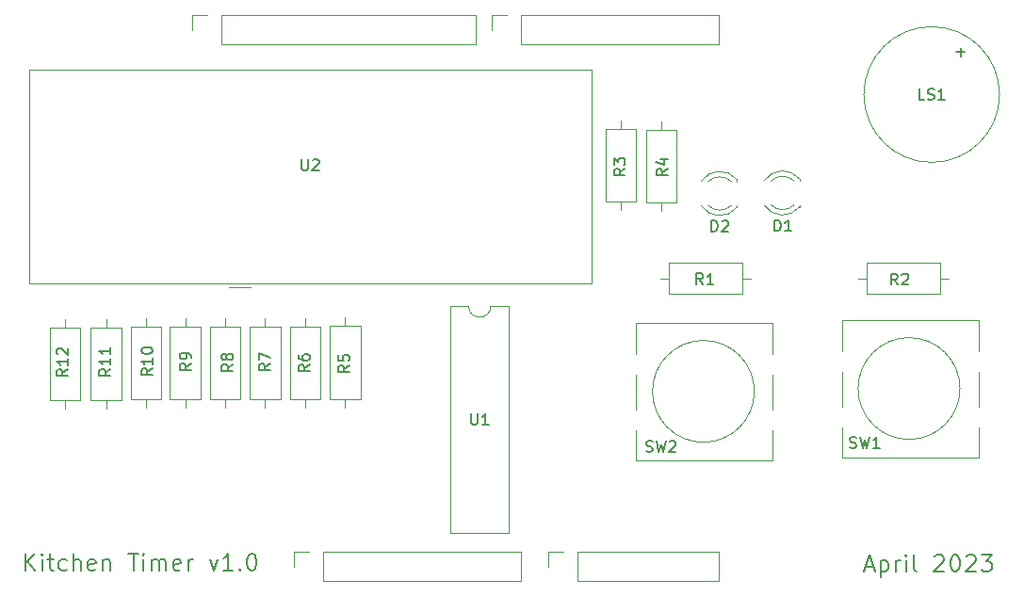
<source format=gbr>
%TF.GenerationSoftware,KiCad,Pcbnew,7.0.1-0*%
%TF.CreationDate,2023-04-12T16:12:06-06:00*%
%TF.ProjectId,Arduino_Uno_Kitchen_Timer,41726475-696e-46f5-9f55-6e6f5f4b6974,rev?*%
%TF.SameCoordinates,Original*%
%TF.FileFunction,Legend,Top*%
%TF.FilePolarity,Positive*%
%FSLAX46Y46*%
G04 Gerber Fmt 4.6, Leading zero omitted, Abs format (unit mm)*
G04 Created by KiCad (PCBNEW 7.0.1-0) date 2023-04-12 16:12:06*
%MOMM*%
%LPD*%
G01*
G04 APERTURE LIST*
%ADD10C,0.150000*%
%ADD11C,0.120000*%
G04 APERTURE END LIST*
D10*
X129351567Y-99727017D02*
X129351567Y-98227017D01*
X130208710Y-99727017D02*
X129565853Y-98869874D01*
X130208710Y-98227017D02*
X129351567Y-99084160D01*
X130851567Y-99727017D02*
X130851567Y-98727017D01*
X130851567Y-98227017D02*
X130780139Y-98298446D01*
X130780139Y-98298446D02*
X130851567Y-98369874D01*
X130851567Y-98369874D02*
X130922996Y-98298446D01*
X130922996Y-98298446D02*
X130851567Y-98227017D01*
X130851567Y-98227017D02*
X130851567Y-98369874D01*
X131351568Y-98727017D02*
X131922996Y-98727017D01*
X131565853Y-98227017D02*
X131565853Y-99512731D01*
X131565853Y-99512731D02*
X131637282Y-99655589D01*
X131637282Y-99655589D02*
X131780139Y-99727017D01*
X131780139Y-99727017D02*
X131922996Y-99727017D01*
X133065854Y-99655589D02*
X132922996Y-99727017D01*
X132922996Y-99727017D02*
X132637282Y-99727017D01*
X132637282Y-99727017D02*
X132494425Y-99655589D01*
X132494425Y-99655589D02*
X132422996Y-99584160D01*
X132422996Y-99584160D02*
X132351568Y-99441303D01*
X132351568Y-99441303D02*
X132351568Y-99012731D01*
X132351568Y-99012731D02*
X132422996Y-98869874D01*
X132422996Y-98869874D02*
X132494425Y-98798446D01*
X132494425Y-98798446D02*
X132637282Y-98727017D01*
X132637282Y-98727017D02*
X132922996Y-98727017D01*
X132922996Y-98727017D02*
X133065854Y-98798446D01*
X133708710Y-99727017D02*
X133708710Y-98227017D01*
X134351568Y-99727017D02*
X134351568Y-98941303D01*
X134351568Y-98941303D02*
X134280139Y-98798446D01*
X134280139Y-98798446D02*
X134137282Y-98727017D01*
X134137282Y-98727017D02*
X133922996Y-98727017D01*
X133922996Y-98727017D02*
X133780139Y-98798446D01*
X133780139Y-98798446D02*
X133708710Y-98869874D01*
X135637282Y-99655589D02*
X135494425Y-99727017D01*
X135494425Y-99727017D02*
X135208711Y-99727017D01*
X135208711Y-99727017D02*
X135065853Y-99655589D01*
X135065853Y-99655589D02*
X134994425Y-99512731D01*
X134994425Y-99512731D02*
X134994425Y-98941303D01*
X134994425Y-98941303D02*
X135065853Y-98798446D01*
X135065853Y-98798446D02*
X135208711Y-98727017D01*
X135208711Y-98727017D02*
X135494425Y-98727017D01*
X135494425Y-98727017D02*
X135637282Y-98798446D01*
X135637282Y-98798446D02*
X135708711Y-98941303D01*
X135708711Y-98941303D02*
X135708711Y-99084160D01*
X135708711Y-99084160D02*
X134994425Y-99227017D01*
X136351567Y-98727017D02*
X136351567Y-99727017D01*
X136351567Y-98869874D02*
X136422996Y-98798446D01*
X136422996Y-98798446D02*
X136565853Y-98727017D01*
X136565853Y-98727017D02*
X136780139Y-98727017D01*
X136780139Y-98727017D02*
X136922996Y-98798446D01*
X136922996Y-98798446D02*
X136994425Y-98941303D01*
X136994425Y-98941303D02*
X136994425Y-99727017D01*
X138637282Y-98227017D02*
X139494425Y-98227017D01*
X139065853Y-99727017D02*
X139065853Y-98227017D01*
X139994424Y-99727017D02*
X139994424Y-98727017D01*
X139994424Y-98227017D02*
X139922996Y-98298446D01*
X139922996Y-98298446D02*
X139994424Y-98369874D01*
X139994424Y-98369874D02*
X140065853Y-98298446D01*
X140065853Y-98298446D02*
X139994424Y-98227017D01*
X139994424Y-98227017D02*
X139994424Y-98369874D01*
X140708710Y-99727017D02*
X140708710Y-98727017D01*
X140708710Y-98869874D02*
X140780139Y-98798446D01*
X140780139Y-98798446D02*
X140922996Y-98727017D01*
X140922996Y-98727017D02*
X141137282Y-98727017D01*
X141137282Y-98727017D02*
X141280139Y-98798446D01*
X141280139Y-98798446D02*
X141351568Y-98941303D01*
X141351568Y-98941303D02*
X141351568Y-99727017D01*
X141351568Y-98941303D02*
X141422996Y-98798446D01*
X141422996Y-98798446D02*
X141565853Y-98727017D01*
X141565853Y-98727017D02*
X141780139Y-98727017D01*
X141780139Y-98727017D02*
X141922996Y-98798446D01*
X141922996Y-98798446D02*
X141994425Y-98941303D01*
X141994425Y-98941303D02*
X141994425Y-99727017D01*
X143280139Y-99655589D02*
X143137282Y-99727017D01*
X143137282Y-99727017D02*
X142851568Y-99727017D01*
X142851568Y-99727017D02*
X142708710Y-99655589D01*
X142708710Y-99655589D02*
X142637282Y-99512731D01*
X142637282Y-99512731D02*
X142637282Y-98941303D01*
X142637282Y-98941303D02*
X142708710Y-98798446D01*
X142708710Y-98798446D02*
X142851568Y-98727017D01*
X142851568Y-98727017D02*
X143137282Y-98727017D01*
X143137282Y-98727017D02*
X143280139Y-98798446D01*
X143280139Y-98798446D02*
X143351568Y-98941303D01*
X143351568Y-98941303D02*
X143351568Y-99084160D01*
X143351568Y-99084160D02*
X142637282Y-99227017D01*
X143994424Y-99727017D02*
X143994424Y-98727017D01*
X143994424Y-99012731D02*
X144065853Y-98869874D01*
X144065853Y-98869874D02*
X144137282Y-98798446D01*
X144137282Y-98798446D02*
X144280139Y-98727017D01*
X144280139Y-98727017D02*
X144422996Y-98727017D01*
X145922995Y-98727017D02*
X146280138Y-99727017D01*
X146280138Y-99727017D02*
X146637281Y-98727017D01*
X147994424Y-99727017D02*
X147137281Y-99727017D01*
X147565852Y-99727017D02*
X147565852Y-98227017D01*
X147565852Y-98227017D02*
X147422995Y-98441303D01*
X147422995Y-98441303D02*
X147280138Y-98584160D01*
X147280138Y-98584160D02*
X147137281Y-98655589D01*
X148637280Y-99584160D02*
X148708709Y-99655589D01*
X148708709Y-99655589D02*
X148637280Y-99727017D01*
X148637280Y-99727017D02*
X148565852Y-99655589D01*
X148565852Y-99655589D02*
X148637280Y-99584160D01*
X148637280Y-99584160D02*
X148637280Y-99727017D01*
X149637281Y-98227017D02*
X149780138Y-98227017D01*
X149780138Y-98227017D02*
X149922995Y-98298446D01*
X149922995Y-98298446D02*
X149994424Y-98369874D01*
X149994424Y-98369874D02*
X150065852Y-98512731D01*
X150065852Y-98512731D02*
X150137281Y-98798446D01*
X150137281Y-98798446D02*
X150137281Y-99155589D01*
X150137281Y-99155589D02*
X150065852Y-99441303D01*
X150065852Y-99441303D02*
X149994424Y-99584160D01*
X149994424Y-99584160D02*
X149922995Y-99655589D01*
X149922995Y-99655589D02*
X149780138Y-99727017D01*
X149780138Y-99727017D02*
X149637281Y-99727017D01*
X149637281Y-99727017D02*
X149494424Y-99655589D01*
X149494424Y-99655589D02*
X149422995Y-99584160D01*
X149422995Y-99584160D02*
X149351566Y-99441303D01*
X149351566Y-99441303D02*
X149280138Y-99155589D01*
X149280138Y-99155589D02*
X149280138Y-98798446D01*
X149280138Y-98798446D02*
X149351566Y-98512731D01*
X149351566Y-98512731D02*
X149422995Y-98369874D01*
X149422995Y-98369874D02*
X149494424Y-98298446D01*
X149494424Y-98298446D02*
X149637281Y-98227017D01*
X204856628Y-99383879D02*
X205570914Y-99383879D01*
X204713771Y-99812450D02*
X205213771Y-98312450D01*
X205213771Y-98312450D02*
X205713771Y-99812450D01*
X206213770Y-98812450D02*
X206213770Y-100312450D01*
X206213770Y-98883879D02*
X206356628Y-98812450D01*
X206356628Y-98812450D02*
X206642342Y-98812450D01*
X206642342Y-98812450D02*
X206785199Y-98883879D01*
X206785199Y-98883879D02*
X206856628Y-98955307D01*
X206856628Y-98955307D02*
X206928056Y-99098164D01*
X206928056Y-99098164D02*
X206928056Y-99526736D01*
X206928056Y-99526736D02*
X206856628Y-99669593D01*
X206856628Y-99669593D02*
X206785199Y-99741022D01*
X206785199Y-99741022D02*
X206642342Y-99812450D01*
X206642342Y-99812450D02*
X206356628Y-99812450D01*
X206356628Y-99812450D02*
X206213770Y-99741022D01*
X207570913Y-99812450D02*
X207570913Y-98812450D01*
X207570913Y-99098164D02*
X207642342Y-98955307D01*
X207642342Y-98955307D02*
X207713771Y-98883879D01*
X207713771Y-98883879D02*
X207856628Y-98812450D01*
X207856628Y-98812450D02*
X207999485Y-98812450D01*
X208499484Y-99812450D02*
X208499484Y-98812450D01*
X208499484Y-98312450D02*
X208428056Y-98383879D01*
X208428056Y-98383879D02*
X208499484Y-98455307D01*
X208499484Y-98455307D02*
X208570913Y-98383879D01*
X208570913Y-98383879D02*
X208499484Y-98312450D01*
X208499484Y-98312450D02*
X208499484Y-98455307D01*
X209428056Y-99812450D02*
X209285199Y-99741022D01*
X209285199Y-99741022D02*
X209213770Y-99598164D01*
X209213770Y-99598164D02*
X209213770Y-98312450D01*
X211070913Y-98455307D02*
X211142341Y-98383879D01*
X211142341Y-98383879D02*
X211285199Y-98312450D01*
X211285199Y-98312450D02*
X211642341Y-98312450D01*
X211642341Y-98312450D02*
X211785199Y-98383879D01*
X211785199Y-98383879D02*
X211856627Y-98455307D01*
X211856627Y-98455307D02*
X211928056Y-98598164D01*
X211928056Y-98598164D02*
X211928056Y-98741022D01*
X211928056Y-98741022D02*
X211856627Y-98955307D01*
X211856627Y-98955307D02*
X210999484Y-99812450D01*
X210999484Y-99812450D02*
X211928056Y-99812450D01*
X212856627Y-98312450D02*
X212999484Y-98312450D01*
X212999484Y-98312450D02*
X213142341Y-98383879D01*
X213142341Y-98383879D02*
X213213770Y-98455307D01*
X213213770Y-98455307D02*
X213285198Y-98598164D01*
X213285198Y-98598164D02*
X213356627Y-98883879D01*
X213356627Y-98883879D02*
X213356627Y-99241022D01*
X213356627Y-99241022D02*
X213285198Y-99526736D01*
X213285198Y-99526736D02*
X213213770Y-99669593D01*
X213213770Y-99669593D02*
X213142341Y-99741022D01*
X213142341Y-99741022D02*
X212999484Y-99812450D01*
X212999484Y-99812450D02*
X212856627Y-99812450D01*
X212856627Y-99812450D02*
X212713770Y-99741022D01*
X212713770Y-99741022D02*
X212642341Y-99669593D01*
X212642341Y-99669593D02*
X212570912Y-99526736D01*
X212570912Y-99526736D02*
X212499484Y-99241022D01*
X212499484Y-99241022D02*
X212499484Y-98883879D01*
X212499484Y-98883879D02*
X212570912Y-98598164D01*
X212570912Y-98598164D02*
X212642341Y-98455307D01*
X212642341Y-98455307D02*
X212713770Y-98383879D01*
X212713770Y-98383879D02*
X212856627Y-98312450D01*
X213928055Y-98455307D02*
X213999483Y-98383879D01*
X213999483Y-98383879D02*
X214142341Y-98312450D01*
X214142341Y-98312450D02*
X214499483Y-98312450D01*
X214499483Y-98312450D02*
X214642341Y-98383879D01*
X214642341Y-98383879D02*
X214713769Y-98455307D01*
X214713769Y-98455307D02*
X214785198Y-98598164D01*
X214785198Y-98598164D02*
X214785198Y-98741022D01*
X214785198Y-98741022D02*
X214713769Y-98955307D01*
X214713769Y-98955307D02*
X213856626Y-99812450D01*
X213856626Y-99812450D02*
X214785198Y-99812450D01*
X215285197Y-98312450D02*
X216213769Y-98312450D01*
X216213769Y-98312450D02*
X215713769Y-98883879D01*
X215713769Y-98883879D02*
X215928054Y-98883879D01*
X215928054Y-98883879D02*
X216070912Y-98955307D01*
X216070912Y-98955307D02*
X216142340Y-99026736D01*
X216142340Y-99026736D02*
X216213769Y-99169593D01*
X216213769Y-99169593D02*
X216213769Y-99526736D01*
X216213769Y-99526736D02*
X216142340Y-99669593D01*
X216142340Y-99669593D02*
X216070912Y-99741022D01*
X216070912Y-99741022D02*
X215928054Y-99812450D01*
X215928054Y-99812450D02*
X215499483Y-99812450D01*
X215499483Y-99812450D02*
X215356626Y-99741022D01*
X215356626Y-99741022D02*
X215285197Y-99669593D01*
%TO.C,R10*%
X140781542Y-81560181D02*
X140305351Y-81893514D01*
X140781542Y-82131609D02*
X139781542Y-82131609D01*
X139781542Y-82131609D02*
X139781542Y-81750657D01*
X139781542Y-81750657D02*
X139829161Y-81655419D01*
X139829161Y-81655419D02*
X139876780Y-81607800D01*
X139876780Y-81607800D02*
X139972018Y-81560181D01*
X139972018Y-81560181D02*
X140114875Y-81560181D01*
X140114875Y-81560181D02*
X140210113Y-81607800D01*
X140210113Y-81607800D02*
X140257732Y-81655419D01*
X140257732Y-81655419D02*
X140305351Y-81750657D01*
X140305351Y-81750657D02*
X140305351Y-82131609D01*
X140781542Y-80607800D02*
X140781542Y-81179228D01*
X140781542Y-80893514D02*
X139781542Y-80893514D01*
X139781542Y-80893514D02*
X139924399Y-80988752D01*
X139924399Y-80988752D02*
X140019637Y-81083990D01*
X140019637Y-81083990D02*
X140067256Y-81179228D01*
X139781542Y-79988752D02*
X139781542Y-79893514D01*
X139781542Y-79893514D02*
X139829161Y-79798276D01*
X139829161Y-79798276D02*
X139876780Y-79750657D01*
X139876780Y-79750657D02*
X139972018Y-79703038D01*
X139972018Y-79703038D02*
X140162494Y-79655419D01*
X140162494Y-79655419D02*
X140400589Y-79655419D01*
X140400589Y-79655419D02*
X140591065Y-79703038D01*
X140591065Y-79703038D02*
X140686303Y-79750657D01*
X140686303Y-79750657D02*
X140733923Y-79798276D01*
X140733923Y-79798276D02*
X140781542Y-79893514D01*
X140781542Y-79893514D02*
X140781542Y-79988752D01*
X140781542Y-79988752D02*
X140733923Y-80083990D01*
X140733923Y-80083990D02*
X140686303Y-80131609D01*
X140686303Y-80131609D02*
X140591065Y-80179228D01*
X140591065Y-80179228D02*
X140400589Y-80226847D01*
X140400589Y-80226847D02*
X140162494Y-80226847D01*
X140162494Y-80226847D02*
X139972018Y-80179228D01*
X139972018Y-80179228D02*
X139876780Y-80131609D01*
X139876780Y-80131609D02*
X139829161Y-80083990D01*
X139829161Y-80083990D02*
X139781542Y-79988752D01*
%TO.C,SW1*%
X203456849Y-88664689D02*
X203599706Y-88712308D01*
X203599706Y-88712308D02*
X203837801Y-88712308D01*
X203837801Y-88712308D02*
X203933039Y-88664689D01*
X203933039Y-88664689D02*
X203980658Y-88617069D01*
X203980658Y-88617069D02*
X204028277Y-88521831D01*
X204028277Y-88521831D02*
X204028277Y-88426593D01*
X204028277Y-88426593D02*
X203980658Y-88331355D01*
X203980658Y-88331355D02*
X203933039Y-88283736D01*
X203933039Y-88283736D02*
X203837801Y-88236117D01*
X203837801Y-88236117D02*
X203647325Y-88188498D01*
X203647325Y-88188498D02*
X203552087Y-88140879D01*
X203552087Y-88140879D02*
X203504468Y-88093260D01*
X203504468Y-88093260D02*
X203456849Y-87998022D01*
X203456849Y-87998022D02*
X203456849Y-87902784D01*
X203456849Y-87902784D02*
X203504468Y-87807546D01*
X203504468Y-87807546D02*
X203552087Y-87759927D01*
X203552087Y-87759927D02*
X203647325Y-87712308D01*
X203647325Y-87712308D02*
X203885420Y-87712308D01*
X203885420Y-87712308D02*
X204028277Y-87759927D01*
X204361611Y-87712308D02*
X204599706Y-88712308D01*
X204599706Y-88712308D02*
X204790182Y-87998022D01*
X204790182Y-87998022D02*
X204980658Y-88712308D01*
X204980658Y-88712308D02*
X205218754Y-87712308D01*
X206123515Y-88712308D02*
X205552087Y-88712308D01*
X205837801Y-88712308D02*
X205837801Y-87712308D01*
X205837801Y-87712308D02*
X205742563Y-87855165D01*
X205742563Y-87855165D02*
X205647325Y-87950403D01*
X205647325Y-87950403D02*
X205552087Y-87998022D01*
%TO.C,SW2*%
X185162359Y-89013648D02*
X185305216Y-89061267D01*
X185305216Y-89061267D02*
X185543311Y-89061267D01*
X185543311Y-89061267D02*
X185638549Y-89013648D01*
X185638549Y-89013648D02*
X185686168Y-88966028D01*
X185686168Y-88966028D02*
X185733787Y-88870790D01*
X185733787Y-88870790D02*
X185733787Y-88775552D01*
X185733787Y-88775552D02*
X185686168Y-88680314D01*
X185686168Y-88680314D02*
X185638549Y-88632695D01*
X185638549Y-88632695D02*
X185543311Y-88585076D01*
X185543311Y-88585076D02*
X185352835Y-88537457D01*
X185352835Y-88537457D02*
X185257597Y-88489838D01*
X185257597Y-88489838D02*
X185209978Y-88442219D01*
X185209978Y-88442219D02*
X185162359Y-88346981D01*
X185162359Y-88346981D02*
X185162359Y-88251743D01*
X185162359Y-88251743D02*
X185209978Y-88156505D01*
X185209978Y-88156505D02*
X185257597Y-88108886D01*
X185257597Y-88108886D02*
X185352835Y-88061267D01*
X185352835Y-88061267D02*
X185590930Y-88061267D01*
X185590930Y-88061267D02*
X185733787Y-88108886D01*
X186067121Y-88061267D02*
X186305216Y-89061267D01*
X186305216Y-89061267D02*
X186495692Y-88346981D01*
X186495692Y-88346981D02*
X186686168Y-89061267D01*
X186686168Y-89061267D02*
X186924264Y-88061267D01*
X187257597Y-88156505D02*
X187305216Y-88108886D01*
X187305216Y-88108886D02*
X187400454Y-88061267D01*
X187400454Y-88061267D02*
X187638549Y-88061267D01*
X187638549Y-88061267D02*
X187733787Y-88108886D01*
X187733787Y-88108886D02*
X187781406Y-88156505D01*
X187781406Y-88156505D02*
X187829025Y-88251743D01*
X187829025Y-88251743D02*
X187829025Y-88346981D01*
X187829025Y-88346981D02*
X187781406Y-88489838D01*
X187781406Y-88489838D02*
X187209978Y-89061267D01*
X187209978Y-89061267D02*
X187829025Y-89061267D01*
%TO.C,R8*%
X148006615Y-81178514D02*
X147530424Y-81511847D01*
X148006615Y-81749942D02*
X147006615Y-81749942D01*
X147006615Y-81749942D02*
X147006615Y-81368990D01*
X147006615Y-81368990D02*
X147054234Y-81273752D01*
X147054234Y-81273752D02*
X147101853Y-81226133D01*
X147101853Y-81226133D02*
X147197091Y-81178514D01*
X147197091Y-81178514D02*
X147339948Y-81178514D01*
X147339948Y-81178514D02*
X147435186Y-81226133D01*
X147435186Y-81226133D02*
X147482805Y-81273752D01*
X147482805Y-81273752D02*
X147530424Y-81368990D01*
X147530424Y-81368990D02*
X147530424Y-81749942D01*
X147435186Y-80607085D02*
X147387567Y-80702323D01*
X147387567Y-80702323D02*
X147339948Y-80749942D01*
X147339948Y-80749942D02*
X147244710Y-80797561D01*
X147244710Y-80797561D02*
X147197091Y-80797561D01*
X147197091Y-80797561D02*
X147101853Y-80749942D01*
X147101853Y-80749942D02*
X147054234Y-80702323D01*
X147054234Y-80702323D02*
X147006615Y-80607085D01*
X147006615Y-80607085D02*
X147006615Y-80416609D01*
X147006615Y-80416609D02*
X147054234Y-80321371D01*
X147054234Y-80321371D02*
X147101853Y-80273752D01*
X147101853Y-80273752D02*
X147197091Y-80226133D01*
X147197091Y-80226133D02*
X147244710Y-80226133D01*
X147244710Y-80226133D02*
X147339948Y-80273752D01*
X147339948Y-80273752D02*
X147387567Y-80321371D01*
X147387567Y-80321371D02*
X147435186Y-80416609D01*
X147435186Y-80416609D02*
X147435186Y-80607085D01*
X147435186Y-80607085D02*
X147482805Y-80702323D01*
X147482805Y-80702323D02*
X147530424Y-80749942D01*
X147530424Y-80749942D02*
X147625662Y-80797561D01*
X147625662Y-80797561D02*
X147816138Y-80797561D01*
X147816138Y-80797561D02*
X147911376Y-80749942D01*
X147911376Y-80749942D02*
X147958996Y-80702323D01*
X147958996Y-80702323D02*
X148006615Y-80607085D01*
X148006615Y-80607085D02*
X148006615Y-80416609D01*
X148006615Y-80416609D02*
X147958996Y-80321371D01*
X147958996Y-80321371D02*
X147911376Y-80273752D01*
X147911376Y-80273752D02*
X147816138Y-80226133D01*
X147816138Y-80226133D02*
X147625662Y-80226133D01*
X147625662Y-80226133D02*
X147530424Y-80273752D01*
X147530424Y-80273752D02*
X147482805Y-80321371D01*
X147482805Y-80321371D02*
X147435186Y-80416609D01*
%TO.C,R2*%
X207769138Y-74020768D02*
X207435805Y-73544577D01*
X207197710Y-74020768D02*
X207197710Y-73020768D01*
X207197710Y-73020768D02*
X207578662Y-73020768D01*
X207578662Y-73020768D02*
X207673900Y-73068387D01*
X207673900Y-73068387D02*
X207721519Y-73116006D01*
X207721519Y-73116006D02*
X207769138Y-73211244D01*
X207769138Y-73211244D02*
X207769138Y-73354101D01*
X207769138Y-73354101D02*
X207721519Y-73449339D01*
X207721519Y-73449339D02*
X207673900Y-73496958D01*
X207673900Y-73496958D02*
X207578662Y-73544577D01*
X207578662Y-73544577D02*
X207197710Y-73544577D01*
X208150091Y-73116006D02*
X208197710Y-73068387D01*
X208197710Y-73068387D02*
X208292948Y-73020768D01*
X208292948Y-73020768D02*
X208531043Y-73020768D01*
X208531043Y-73020768D02*
X208626281Y-73068387D01*
X208626281Y-73068387D02*
X208673900Y-73116006D01*
X208673900Y-73116006D02*
X208721519Y-73211244D01*
X208721519Y-73211244D02*
X208721519Y-73306482D01*
X208721519Y-73306482D02*
X208673900Y-73449339D01*
X208673900Y-73449339D02*
X208102472Y-74020768D01*
X208102472Y-74020768D02*
X208721519Y-74020768D01*
%TO.C,U1*%
X169418095Y-85602619D02*
X169418095Y-86412142D01*
X169418095Y-86412142D02*
X169465714Y-86507380D01*
X169465714Y-86507380D02*
X169513333Y-86555000D01*
X169513333Y-86555000D02*
X169608571Y-86602619D01*
X169608571Y-86602619D02*
X169799047Y-86602619D01*
X169799047Y-86602619D02*
X169894285Y-86555000D01*
X169894285Y-86555000D02*
X169941904Y-86507380D01*
X169941904Y-86507380D02*
X169989523Y-86412142D01*
X169989523Y-86412142D02*
X169989523Y-85602619D01*
X170989523Y-86602619D02*
X170418095Y-86602619D01*
X170703809Y-86602619D02*
X170703809Y-85602619D01*
X170703809Y-85602619D02*
X170608571Y-85745476D01*
X170608571Y-85745476D02*
X170513333Y-85840714D01*
X170513333Y-85840714D02*
X170418095Y-85888333D01*
%TO.C,R11*%
X137011778Y-81591075D02*
X136535587Y-81924408D01*
X137011778Y-82162503D02*
X136011778Y-82162503D01*
X136011778Y-82162503D02*
X136011778Y-81781551D01*
X136011778Y-81781551D02*
X136059397Y-81686313D01*
X136059397Y-81686313D02*
X136107016Y-81638694D01*
X136107016Y-81638694D02*
X136202254Y-81591075D01*
X136202254Y-81591075D02*
X136345111Y-81591075D01*
X136345111Y-81591075D02*
X136440349Y-81638694D01*
X136440349Y-81638694D02*
X136487968Y-81686313D01*
X136487968Y-81686313D02*
X136535587Y-81781551D01*
X136535587Y-81781551D02*
X136535587Y-82162503D01*
X137011778Y-80638694D02*
X137011778Y-81210122D01*
X137011778Y-80924408D02*
X136011778Y-80924408D01*
X136011778Y-80924408D02*
X136154635Y-81019646D01*
X136154635Y-81019646D02*
X136249873Y-81114884D01*
X136249873Y-81114884D02*
X136297492Y-81210122D01*
X137011778Y-79686313D02*
X137011778Y-80257741D01*
X137011778Y-79972027D02*
X136011778Y-79972027D01*
X136011778Y-79972027D02*
X136154635Y-80067265D01*
X136154635Y-80067265D02*
X136249873Y-80162503D01*
X136249873Y-80162503D02*
X136297492Y-80257741D01*
%TO.C,R4*%
X187082978Y-63608291D02*
X186606787Y-63941624D01*
X187082978Y-64179719D02*
X186082978Y-64179719D01*
X186082978Y-64179719D02*
X186082978Y-63798767D01*
X186082978Y-63798767D02*
X186130597Y-63703529D01*
X186130597Y-63703529D02*
X186178216Y-63655910D01*
X186178216Y-63655910D02*
X186273454Y-63608291D01*
X186273454Y-63608291D02*
X186416311Y-63608291D01*
X186416311Y-63608291D02*
X186511549Y-63655910D01*
X186511549Y-63655910D02*
X186559168Y-63703529D01*
X186559168Y-63703529D02*
X186606787Y-63798767D01*
X186606787Y-63798767D02*
X186606787Y-64179719D01*
X186416311Y-62751148D02*
X187082978Y-62751148D01*
X186035359Y-62989243D02*
X186749644Y-63227338D01*
X186749644Y-63227338D02*
X186749644Y-62608291D01*
%TO.C,D1*%
X196677001Y-69193057D02*
X196677001Y-68193057D01*
X196677001Y-68193057D02*
X196915096Y-68193057D01*
X196915096Y-68193057D02*
X197057953Y-68240676D01*
X197057953Y-68240676D02*
X197153191Y-68335914D01*
X197153191Y-68335914D02*
X197200810Y-68431152D01*
X197200810Y-68431152D02*
X197248429Y-68621628D01*
X197248429Y-68621628D02*
X197248429Y-68764485D01*
X197248429Y-68764485D02*
X197200810Y-68954961D01*
X197200810Y-68954961D02*
X197153191Y-69050199D01*
X197153191Y-69050199D02*
X197057953Y-69145438D01*
X197057953Y-69145438D02*
X196915096Y-69193057D01*
X196915096Y-69193057D02*
X196677001Y-69193057D01*
X198200810Y-69193057D02*
X197629382Y-69193057D01*
X197915096Y-69193057D02*
X197915096Y-68193057D01*
X197915096Y-68193057D02*
X197819858Y-68335914D01*
X197819858Y-68335914D02*
X197724620Y-68431152D01*
X197724620Y-68431152D02*
X197629382Y-68478771D01*
%TO.C,R6*%
X154902779Y-81226666D02*
X154426588Y-81559999D01*
X154902779Y-81798094D02*
X153902779Y-81798094D01*
X153902779Y-81798094D02*
X153902779Y-81417142D01*
X153902779Y-81417142D02*
X153950398Y-81321904D01*
X153950398Y-81321904D02*
X153998017Y-81274285D01*
X153998017Y-81274285D02*
X154093255Y-81226666D01*
X154093255Y-81226666D02*
X154236112Y-81226666D01*
X154236112Y-81226666D02*
X154331350Y-81274285D01*
X154331350Y-81274285D02*
X154378969Y-81321904D01*
X154378969Y-81321904D02*
X154426588Y-81417142D01*
X154426588Y-81417142D02*
X154426588Y-81798094D01*
X153902779Y-80369523D02*
X153902779Y-80559999D01*
X153902779Y-80559999D02*
X153950398Y-80655237D01*
X153950398Y-80655237D02*
X153998017Y-80702856D01*
X153998017Y-80702856D02*
X154140874Y-80798094D01*
X154140874Y-80798094D02*
X154331350Y-80845713D01*
X154331350Y-80845713D02*
X154712302Y-80845713D01*
X154712302Y-80845713D02*
X154807540Y-80798094D01*
X154807540Y-80798094D02*
X154855160Y-80750475D01*
X154855160Y-80750475D02*
X154902779Y-80655237D01*
X154902779Y-80655237D02*
X154902779Y-80464761D01*
X154902779Y-80464761D02*
X154855160Y-80369523D01*
X154855160Y-80369523D02*
X154807540Y-80321904D01*
X154807540Y-80321904D02*
X154712302Y-80274285D01*
X154712302Y-80274285D02*
X154474207Y-80274285D01*
X154474207Y-80274285D02*
X154378969Y-80321904D01*
X154378969Y-80321904D02*
X154331350Y-80369523D01*
X154331350Y-80369523D02*
X154283731Y-80464761D01*
X154283731Y-80464761D02*
X154283731Y-80655237D01*
X154283731Y-80655237D02*
X154331350Y-80750475D01*
X154331350Y-80750475D02*
X154378969Y-80798094D01*
X154378969Y-80798094D02*
X154474207Y-80845713D01*
%TO.C,R5*%
X158491133Y-81268945D02*
X158014942Y-81602278D01*
X158491133Y-81840373D02*
X157491133Y-81840373D01*
X157491133Y-81840373D02*
X157491133Y-81459421D01*
X157491133Y-81459421D02*
X157538752Y-81364183D01*
X157538752Y-81364183D02*
X157586371Y-81316564D01*
X157586371Y-81316564D02*
X157681609Y-81268945D01*
X157681609Y-81268945D02*
X157824466Y-81268945D01*
X157824466Y-81268945D02*
X157919704Y-81316564D01*
X157919704Y-81316564D02*
X157967323Y-81364183D01*
X157967323Y-81364183D02*
X158014942Y-81459421D01*
X158014942Y-81459421D02*
X158014942Y-81840373D01*
X157491133Y-80364183D02*
X157491133Y-80840373D01*
X157491133Y-80840373D02*
X157967323Y-80887992D01*
X157967323Y-80887992D02*
X157919704Y-80840373D01*
X157919704Y-80840373D02*
X157872085Y-80745135D01*
X157872085Y-80745135D02*
X157872085Y-80507040D01*
X157872085Y-80507040D02*
X157919704Y-80411802D01*
X157919704Y-80411802D02*
X157967323Y-80364183D01*
X157967323Y-80364183D02*
X158062561Y-80316564D01*
X158062561Y-80316564D02*
X158300656Y-80316564D01*
X158300656Y-80316564D02*
X158395894Y-80364183D01*
X158395894Y-80364183D02*
X158443514Y-80411802D01*
X158443514Y-80411802D02*
X158491133Y-80507040D01*
X158491133Y-80507040D02*
X158491133Y-80745135D01*
X158491133Y-80745135D02*
X158443514Y-80840373D01*
X158443514Y-80840373D02*
X158395894Y-80887992D01*
%TO.C,R7*%
X151351039Y-81131250D02*
X150874848Y-81464583D01*
X151351039Y-81702678D02*
X150351039Y-81702678D01*
X150351039Y-81702678D02*
X150351039Y-81321726D01*
X150351039Y-81321726D02*
X150398658Y-81226488D01*
X150398658Y-81226488D02*
X150446277Y-81178869D01*
X150446277Y-81178869D02*
X150541515Y-81131250D01*
X150541515Y-81131250D02*
X150684372Y-81131250D01*
X150684372Y-81131250D02*
X150779610Y-81178869D01*
X150779610Y-81178869D02*
X150827229Y-81226488D01*
X150827229Y-81226488D02*
X150874848Y-81321726D01*
X150874848Y-81321726D02*
X150874848Y-81702678D01*
X150351039Y-80797916D02*
X150351039Y-80131250D01*
X150351039Y-80131250D02*
X151351039Y-80559821D01*
%TO.C,LS1*%
X210177142Y-57382619D02*
X209700952Y-57382619D01*
X209700952Y-57382619D02*
X209700952Y-56382619D01*
X210462857Y-57335000D02*
X210605714Y-57382619D01*
X210605714Y-57382619D02*
X210843809Y-57382619D01*
X210843809Y-57382619D02*
X210939047Y-57335000D01*
X210939047Y-57335000D02*
X210986666Y-57287380D01*
X210986666Y-57287380D02*
X211034285Y-57192142D01*
X211034285Y-57192142D02*
X211034285Y-57096904D01*
X211034285Y-57096904D02*
X210986666Y-57001666D01*
X210986666Y-57001666D02*
X210939047Y-56954047D01*
X210939047Y-56954047D02*
X210843809Y-56906428D01*
X210843809Y-56906428D02*
X210653333Y-56858809D01*
X210653333Y-56858809D02*
X210558095Y-56811190D01*
X210558095Y-56811190D02*
X210510476Y-56763571D01*
X210510476Y-56763571D02*
X210462857Y-56668333D01*
X210462857Y-56668333D02*
X210462857Y-56573095D01*
X210462857Y-56573095D02*
X210510476Y-56477857D01*
X210510476Y-56477857D02*
X210558095Y-56430238D01*
X210558095Y-56430238D02*
X210653333Y-56382619D01*
X210653333Y-56382619D02*
X210891428Y-56382619D01*
X210891428Y-56382619D02*
X211034285Y-56430238D01*
X211986666Y-57382619D02*
X211415238Y-57382619D01*
X211700952Y-57382619D02*
X211700952Y-56382619D01*
X211700952Y-56382619D02*
X211605714Y-56525476D01*
X211605714Y-56525476D02*
X211510476Y-56620714D01*
X211510476Y-56620714D02*
X211415238Y-56668333D01*
X213441666Y-53490951D02*
X213441666Y-52729047D01*
X213822619Y-53109999D02*
X213060714Y-53109999D01*
%TO.C,U2*%
X154178095Y-62742619D02*
X154178095Y-63552142D01*
X154178095Y-63552142D02*
X154225714Y-63647380D01*
X154225714Y-63647380D02*
X154273333Y-63695000D01*
X154273333Y-63695000D02*
X154368571Y-63742619D01*
X154368571Y-63742619D02*
X154559047Y-63742619D01*
X154559047Y-63742619D02*
X154654285Y-63695000D01*
X154654285Y-63695000D02*
X154701904Y-63647380D01*
X154701904Y-63647380D02*
X154749523Y-63552142D01*
X154749523Y-63552142D02*
X154749523Y-62742619D01*
X155178095Y-62837857D02*
X155225714Y-62790238D01*
X155225714Y-62790238D02*
X155320952Y-62742619D01*
X155320952Y-62742619D02*
X155559047Y-62742619D01*
X155559047Y-62742619D02*
X155654285Y-62790238D01*
X155654285Y-62790238D02*
X155701904Y-62837857D01*
X155701904Y-62837857D02*
X155749523Y-62933095D01*
X155749523Y-62933095D02*
X155749523Y-63028333D01*
X155749523Y-63028333D02*
X155701904Y-63171190D01*
X155701904Y-63171190D02*
X155130476Y-63742619D01*
X155130476Y-63742619D02*
X155749523Y-63742619D01*
%TO.C,R1*%
X190262443Y-73997138D02*
X189929110Y-73520947D01*
X189691015Y-73997138D02*
X189691015Y-72997138D01*
X189691015Y-72997138D02*
X190071967Y-72997138D01*
X190071967Y-72997138D02*
X190167205Y-73044757D01*
X190167205Y-73044757D02*
X190214824Y-73092376D01*
X190214824Y-73092376D02*
X190262443Y-73187614D01*
X190262443Y-73187614D02*
X190262443Y-73330471D01*
X190262443Y-73330471D02*
X190214824Y-73425709D01*
X190214824Y-73425709D02*
X190167205Y-73473328D01*
X190167205Y-73473328D02*
X190071967Y-73520947D01*
X190071967Y-73520947D02*
X189691015Y-73520947D01*
X191214824Y-73997138D02*
X190643396Y-73997138D01*
X190929110Y-73997138D02*
X190929110Y-72997138D01*
X190929110Y-72997138D02*
X190833872Y-73139995D01*
X190833872Y-73139995D02*
X190738634Y-73235233D01*
X190738634Y-73235233D02*
X190643396Y-73282852D01*
%TO.C,R9*%
X144236852Y-81083994D02*
X143760661Y-81417327D01*
X144236852Y-81655422D02*
X143236852Y-81655422D01*
X143236852Y-81655422D02*
X143236852Y-81274470D01*
X143236852Y-81274470D02*
X143284471Y-81179232D01*
X143284471Y-81179232D02*
X143332090Y-81131613D01*
X143332090Y-81131613D02*
X143427328Y-81083994D01*
X143427328Y-81083994D02*
X143570185Y-81083994D01*
X143570185Y-81083994D02*
X143665423Y-81131613D01*
X143665423Y-81131613D02*
X143713042Y-81179232D01*
X143713042Y-81179232D02*
X143760661Y-81274470D01*
X143760661Y-81274470D02*
X143760661Y-81655422D01*
X144236852Y-80607803D02*
X144236852Y-80417327D01*
X144236852Y-80417327D02*
X144189233Y-80322089D01*
X144189233Y-80322089D02*
X144141613Y-80274470D01*
X144141613Y-80274470D02*
X143998756Y-80179232D01*
X143998756Y-80179232D02*
X143808280Y-80131613D01*
X143808280Y-80131613D02*
X143427328Y-80131613D01*
X143427328Y-80131613D02*
X143332090Y-80179232D01*
X143332090Y-80179232D02*
X143284471Y-80226851D01*
X143284471Y-80226851D02*
X143236852Y-80322089D01*
X143236852Y-80322089D02*
X143236852Y-80512565D01*
X143236852Y-80512565D02*
X143284471Y-80607803D01*
X143284471Y-80607803D02*
X143332090Y-80655422D01*
X143332090Y-80655422D02*
X143427328Y-80703041D01*
X143427328Y-80703041D02*
X143665423Y-80703041D01*
X143665423Y-80703041D02*
X143760661Y-80655422D01*
X143760661Y-80655422D02*
X143808280Y-80607803D01*
X143808280Y-80607803D02*
X143855899Y-80512565D01*
X143855899Y-80512565D02*
X143855899Y-80322089D01*
X143855899Y-80322089D02*
X143808280Y-80226851D01*
X143808280Y-80226851D02*
X143760661Y-80179232D01*
X143760661Y-80179232D02*
X143665423Y-80131613D01*
%TO.C,R12*%
X133187490Y-81614709D02*
X132711299Y-81948042D01*
X133187490Y-82186137D02*
X132187490Y-82186137D01*
X132187490Y-82186137D02*
X132187490Y-81805185D01*
X132187490Y-81805185D02*
X132235109Y-81709947D01*
X132235109Y-81709947D02*
X132282728Y-81662328D01*
X132282728Y-81662328D02*
X132377966Y-81614709D01*
X132377966Y-81614709D02*
X132520823Y-81614709D01*
X132520823Y-81614709D02*
X132616061Y-81662328D01*
X132616061Y-81662328D02*
X132663680Y-81709947D01*
X132663680Y-81709947D02*
X132711299Y-81805185D01*
X132711299Y-81805185D02*
X132711299Y-82186137D01*
X133187490Y-80662328D02*
X133187490Y-81233756D01*
X133187490Y-80948042D02*
X132187490Y-80948042D01*
X132187490Y-80948042D02*
X132330347Y-81043280D01*
X132330347Y-81043280D02*
X132425585Y-81138518D01*
X132425585Y-81138518D02*
X132473204Y-81233756D01*
X132282728Y-80281375D02*
X132235109Y-80233756D01*
X132235109Y-80233756D02*
X132187490Y-80138518D01*
X132187490Y-80138518D02*
X132187490Y-79900423D01*
X132187490Y-79900423D02*
X132235109Y-79805185D01*
X132235109Y-79805185D02*
X132282728Y-79757566D01*
X132282728Y-79757566D02*
X132377966Y-79709947D01*
X132377966Y-79709947D02*
X132473204Y-79709947D01*
X132473204Y-79709947D02*
X132616061Y-79757566D01*
X132616061Y-79757566D02*
X133187490Y-80328994D01*
X133187490Y-80328994D02*
X133187490Y-79709947D01*
%TO.C,D2*%
X191031905Y-69242619D02*
X191031905Y-68242619D01*
X191031905Y-68242619D02*
X191270000Y-68242619D01*
X191270000Y-68242619D02*
X191412857Y-68290238D01*
X191412857Y-68290238D02*
X191508095Y-68385476D01*
X191508095Y-68385476D02*
X191555714Y-68480714D01*
X191555714Y-68480714D02*
X191603333Y-68671190D01*
X191603333Y-68671190D02*
X191603333Y-68814047D01*
X191603333Y-68814047D02*
X191555714Y-69004523D01*
X191555714Y-69004523D02*
X191508095Y-69099761D01*
X191508095Y-69099761D02*
X191412857Y-69195000D01*
X191412857Y-69195000D02*
X191270000Y-69242619D01*
X191270000Y-69242619D02*
X191031905Y-69242619D01*
X191984286Y-68337857D02*
X192031905Y-68290238D01*
X192031905Y-68290238D02*
X192127143Y-68242619D01*
X192127143Y-68242619D02*
X192365238Y-68242619D01*
X192365238Y-68242619D02*
X192460476Y-68290238D01*
X192460476Y-68290238D02*
X192508095Y-68337857D01*
X192508095Y-68337857D02*
X192555714Y-68433095D01*
X192555714Y-68433095D02*
X192555714Y-68528333D01*
X192555714Y-68528333D02*
X192508095Y-68671190D01*
X192508095Y-68671190D02*
X191936667Y-69242619D01*
X191936667Y-69242619D02*
X192555714Y-69242619D01*
%TO.C,R3*%
X183248167Y-63587747D02*
X182771976Y-63921080D01*
X183248167Y-64159175D02*
X182248167Y-64159175D01*
X182248167Y-64159175D02*
X182248167Y-63778223D01*
X182248167Y-63778223D02*
X182295786Y-63682985D01*
X182295786Y-63682985D02*
X182343405Y-63635366D01*
X182343405Y-63635366D02*
X182438643Y-63587747D01*
X182438643Y-63587747D02*
X182581500Y-63587747D01*
X182581500Y-63587747D02*
X182676738Y-63635366D01*
X182676738Y-63635366D02*
X182724357Y-63682985D01*
X182724357Y-63682985D02*
X182771976Y-63778223D01*
X182771976Y-63778223D02*
X182771976Y-64159175D01*
X182248167Y-63254413D02*
X182248167Y-62635366D01*
X182248167Y-62635366D02*
X182629119Y-62968699D01*
X182629119Y-62968699D02*
X182629119Y-62825842D01*
X182629119Y-62825842D02*
X182676738Y-62730604D01*
X182676738Y-62730604D02*
X182724357Y-62682985D01*
X182724357Y-62682985D02*
X182819595Y-62635366D01*
X182819595Y-62635366D02*
X183057690Y-62635366D01*
X183057690Y-62635366D02*
X183152928Y-62682985D01*
X183152928Y-62682985D02*
X183200548Y-62730604D01*
X183200548Y-62730604D02*
X183248167Y-62825842D01*
X183248167Y-62825842D02*
X183248167Y-63111556D01*
X183248167Y-63111556D02*
X183200548Y-63206794D01*
X183200548Y-63206794D02*
X183152928Y-63254413D01*
D11*
%TO.C,J2*%
X146939000Y-52418000D02*
X169859000Y-52418000D01*
X146939000Y-52418000D02*
X146939000Y-49758000D01*
X169859000Y-52418000D02*
X169859000Y-49758000D01*
X144339000Y-51088000D02*
X144339000Y-49758000D01*
X144339000Y-49758000D02*
X145669000Y-49758000D01*
X146939000Y-49758000D02*
X169859000Y-49758000D01*
%TO.C,R10*%
X140207994Y-85099996D02*
X140207994Y-84329996D01*
X138837994Y-84329996D02*
X141577994Y-84329996D01*
X141577994Y-84329996D02*
X141577994Y-77789996D01*
X138837994Y-77789996D02*
X138837994Y-84329996D01*
X141577994Y-77789996D02*
X138837994Y-77789996D01*
X140207994Y-77019996D02*
X140207994Y-77789996D01*
%TO.C,SW1*%
X215034088Y-89546641D02*
X202734088Y-89546641D01*
X215034088Y-86826641D02*
X215034088Y-89546641D01*
X215034088Y-81826641D02*
X215034088Y-84966641D01*
X215034088Y-77246641D02*
X215034088Y-79966641D01*
X202734088Y-89546641D02*
X202734088Y-86826641D01*
X202734088Y-84966641D02*
X202734088Y-81826641D01*
X202734088Y-79966641D02*
X202734088Y-77246641D01*
X202734088Y-77246641D02*
X215034088Y-77246641D01*
X213363138Y-83356641D02*
G75*
G03*
X213363138Y-83356641I-4579050J0D01*
G01*
%TO.C,SW2*%
X196551913Y-89802023D02*
X184251913Y-89802023D01*
X196551913Y-87082023D02*
X196551913Y-89802023D01*
X196551913Y-82082023D02*
X196551913Y-85222023D01*
X196551913Y-77502023D02*
X196551913Y-80222023D01*
X184251913Y-89802023D02*
X184251913Y-87082023D01*
X184251913Y-85222023D02*
X184251913Y-82082023D01*
X184251913Y-80222023D02*
X184251913Y-77502023D01*
X184251913Y-77502023D02*
X196551913Y-77502023D01*
X194880963Y-83612023D02*
G75*
G03*
X194880963Y-83612023I-4579050J0D01*
G01*
%TO.C,R8*%
X147320000Y-85100000D02*
X147320000Y-84330000D01*
X145950000Y-84330000D02*
X148690000Y-84330000D01*
X148690000Y-84330000D02*
X148690000Y-77790000D01*
X145950000Y-77790000D02*
X145950000Y-84330000D01*
X148690000Y-77790000D02*
X145950000Y-77790000D01*
X147320000Y-77020000D02*
X147320000Y-77790000D01*
%TO.C,R2*%
X212320000Y-73440000D02*
X211550000Y-73440000D01*
X211550000Y-74810000D02*
X211550000Y-72070000D01*
X211550000Y-72070000D02*
X205010000Y-72070000D01*
X205010000Y-74810000D02*
X211550000Y-74810000D01*
X205010000Y-72070000D02*
X205010000Y-74810000D01*
X204240000Y-73440000D02*
X205010000Y-73440000D01*
%TO.C,U1*%
X167540000Y-75935000D02*
X167540000Y-96375000D01*
X167540000Y-96375000D02*
X172840000Y-96375000D01*
X169190000Y-75935000D02*
X167540000Y-75935000D01*
X172840000Y-75935000D02*
X171190000Y-75935000D01*
X172840000Y-96375000D02*
X172840000Y-75935000D01*
X169190000Y-75935000D02*
G75*
G03*
X171190000Y-75935000I1000000J0D01*
G01*
%TO.C,R11*%
X136612913Y-85178150D02*
X136612913Y-84408150D01*
X135242913Y-84408150D02*
X137982913Y-84408150D01*
X137982913Y-84408150D02*
X137982913Y-77868150D01*
X135242913Y-77868150D02*
X135242913Y-84408150D01*
X137982913Y-77868150D02*
X135242913Y-77868150D01*
X136612913Y-77098150D02*
X136612913Y-77868150D01*
%TO.C,R4*%
X186538923Y-59302499D02*
X186538923Y-60072499D01*
X187908923Y-60072499D02*
X185168923Y-60072499D01*
X185168923Y-60072499D02*
X185168923Y-66612499D01*
X187908923Y-66612499D02*
X187908923Y-60072499D01*
X185168923Y-66612499D02*
X187908923Y-66612499D01*
X186538923Y-67382499D02*
X186538923Y-66612499D01*
%TO.C,D1*%
X198975096Y-67006438D02*
X198975096Y-66850438D01*
X198975096Y-64690438D02*
X198975096Y-64534438D01*
X195742762Y-66849046D02*
G75*
G03*
X198975095Y-67005953I1672334J1078608D01*
G01*
X196373967Y-66850274D02*
G75*
G03*
X198456056Y-66850437I1041129J1079836D01*
G01*
X198456056Y-64690439D02*
G75*
G03*
X196373967Y-64690602I-1040960J-1079999D01*
G01*
X198975095Y-64534923D02*
G75*
G03*
X195742762Y-64691830I-1559999J-1235515D01*
G01*
%TO.C,J4*%
X173863000Y-52418000D02*
X191703000Y-52418000D01*
X173863000Y-52418000D02*
X173863000Y-49758000D01*
X191703000Y-52418000D02*
X191703000Y-49758000D01*
X171263000Y-51088000D02*
X171263000Y-49758000D01*
X171263000Y-49758000D02*
X172593000Y-49758000D01*
X173863000Y-49758000D02*
X191703000Y-49758000D01*
%TO.C,R6*%
X154510160Y-85100000D02*
X154510160Y-84330000D01*
X153140160Y-84330000D02*
X155880160Y-84330000D01*
X155880160Y-84330000D02*
X155880160Y-77790000D01*
X153140160Y-77790000D02*
X153140160Y-84330000D01*
X155880160Y-77790000D02*
X153140160Y-77790000D01*
X154510160Y-77020000D02*
X154510160Y-77790000D01*
%TO.C,R5*%
X158107517Y-85048651D02*
X158107517Y-84278651D01*
X156737517Y-84278651D02*
X159477517Y-84278651D01*
X159477517Y-84278651D02*
X159477517Y-77738651D01*
X156737517Y-77738651D02*
X156737517Y-84278651D01*
X159477517Y-77738651D02*
X156737517Y-77738651D01*
X158107517Y-76968651D02*
X158107517Y-77738651D01*
%TO.C,R7*%
X150915080Y-85099996D02*
X150915080Y-84329996D01*
X149545080Y-84329996D02*
X152285080Y-84329996D01*
X152285080Y-84329996D02*
X152285080Y-77789996D01*
X149545080Y-77789996D02*
X149545080Y-84329996D01*
X152285080Y-77789996D02*
X149545080Y-77789996D01*
X150915080Y-77019996D02*
X150915080Y-77789996D01*
%TO.C,LS1*%
X216920000Y-56920000D02*
G75*
G03*
X216920000Y-56920000I-6100000J0D01*
G01*
%TO.C,U2*%
X147622168Y-74265789D02*
X149622168Y-74265789D01*
X129702168Y-73885789D02*
X180242168Y-73885789D01*
X129702168Y-73885789D02*
X129702168Y-54645789D01*
X180242168Y-73885789D02*
X180242168Y-54645789D01*
X180242168Y-54645789D02*
X129702168Y-54645789D01*
%TO.C,R1*%
X186460000Y-73440000D02*
X187230000Y-73440000D01*
X187230000Y-72070000D02*
X187230000Y-74810000D01*
X187230000Y-74810000D02*
X193770000Y-74810000D01*
X193770000Y-72070000D02*
X187230000Y-72070000D01*
X193770000Y-74810000D02*
X193770000Y-72070000D01*
X194540000Y-73440000D02*
X193770000Y-73440000D01*
%TO.C,R9*%
X143724920Y-85100000D02*
X143724920Y-84330000D01*
X142354920Y-84330000D02*
X145094920Y-84330000D01*
X145094920Y-84330000D02*
X145094920Y-77790000D01*
X142354920Y-77790000D02*
X142354920Y-84330000D01*
X145094920Y-77790000D02*
X142354920Y-77790000D01*
X143724920Y-77020000D02*
X143724920Y-77790000D01*
%TO.C,R12*%
X132939679Y-85178154D02*
X132939679Y-84408154D01*
X131569679Y-84408154D02*
X134309679Y-84408154D01*
X134309679Y-84408154D02*
X134309679Y-77868154D01*
X131569679Y-77868154D02*
X131569679Y-84408154D01*
X134309679Y-77868154D02*
X131569679Y-77868154D01*
X132939679Y-77098154D02*
X132939679Y-77868154D01*
%TO.C,D2*%
X193330000Y-67056000D02*
X193330000Y-66900000D01*
X193330000Y-64740000D02*
X193330000Y-64584000D01*
X190097666Y-66898608D02*
G75*
G03*
X193329999Y-67055515I1672334J1078608D01*
G01*
X190728871Y-66899836D02*
G75*
G03*
X192810960Y-66899999I1041129J1079836D01*
G01*
X192810960Y-64740001D02*
G75*
G03*
X190728871Y-64740164I-1040960J-1079999D01*
G01*
X193329999Y-64584485D02*
G75*
G03*
X190097666Y-64741392I-1559999J-1235515D01*
G01*
%TO.C,R3*%
X182880000Y-59237666D02*
X182880000Y-60007666D01*
X184250000Y-60007666D02*
X181510000Y-60007666D01*
X181510000Y-60007666D02*
X181510000Y-66547666D01*
X184250000Y-66547666D02*
X184250000Y-60007666D01*
X181510000Y-66547666D02*
X184250000Y-66547666D01*
X182880000Y-67317666D02*
X182880000Y-66547666D01*
%TO.C,J1*%
X156083000Y-100678000D02*
X173923000Y-100678000D01*
X156083000Y-100678000D02*
X156083000Y-98018000D01*
X173923000Y-100678000D02*
X173923000Y-98018000D01*
X153483000Y-99348000D02*
X153483000Y-98018000D01*
X153483000Y-98018000D02*
X154813000Y-98018000D01*
X156083000Y-98018000D02*
X173923000Y-98018000D01*
%TO.C,J3*%
X178943000Y-100678000D02*
X191703000Y-100678000D01*
X178943000Y-100678000D02*
X178943000Y-98018000D01*
X191703000Y-100678000D02*
X191703000Y-98018000D01*
X176343000Y-99348000D02*
X176343000Y-98018000D01*
X176343000Y-98018000D02*
X177673000Y-98018000D01*
X178943000Y-98018000D02*
X191703000Y-98018000D01*
%TD*%
M02*

</source>
